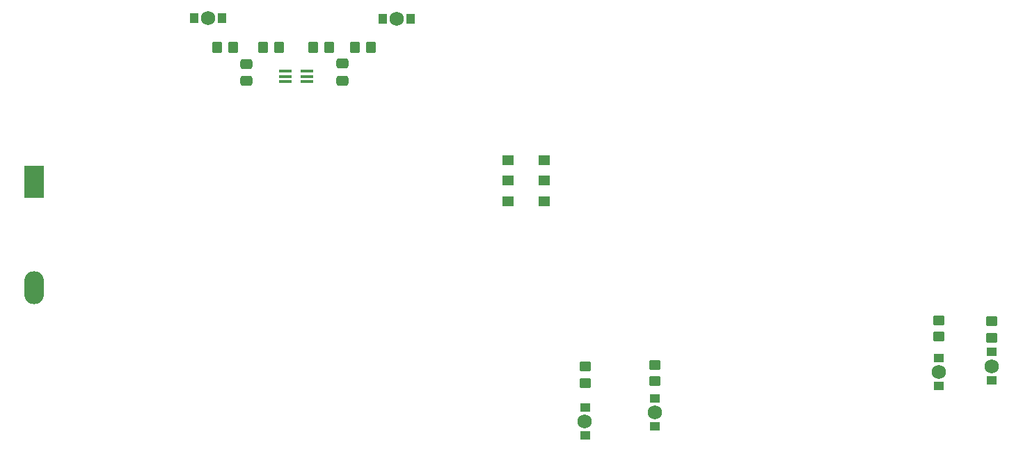
<source format=gts>
%TF.GenerationSoftware,KiCad,Pcbnew,(5.99.0-8452-g479487ceb1)*%
%TF.CreationDate,2021-02-17T16:52:36+01:00*%
%TF.ProjectId,Hausaufgabe,48617573-6175-4666-9761-62652e6b6963,rev?*%
%TF.SameCoordinates,Original*%
%TF.FileFunction,Soldermask,Top*%
%TF.FilePolarity,Negative*%
%FSLAX46Y46*%
G04 Gerber Fmt 4.6, Leading zero omitted, Abs format (unit mm)*
G04 Created by KiCad (PCBNEW (5.99.0-8452-g479487ceb1)) date 2021-02-17 16:52:36*
%MOMM*%
%LPD*%
G01*
G04 APERTURE LIST*
G04 Aperture macros list*
%AMRoundRect*
0 Rectangle with rounded corners*
0 $1 Rounding radius*
0 $2 $3 $4 $5 $6 $7 $8 $9 X,Y pos of 4 corners*
0 Add a 4 corners polygon primitive as box body*
4,1,4,$2,$3,$4,$5,$6,$7,$8,$9,$2,$3,0*
0 Add four circle primitives for the rounded corners*
1,1,$1+$1,$2,$3*
1,1,$1+$1,$4,$5*
1,1,$1+$1,$6,$7*
1,1,$1+$1,$8,$9*
0 Add four rect primitives between the rounded corners*
20,1,$1+$1,$2,$3,$4,$5,0*
20,1,$1+$1,$4,$5,$6,$7,0*
20,1,$1+$1,$6,$7,$8,$9,0*
20,1,$1+$1,$8,$9,$2,$3,0*%
G04 Aperture macros list end*
%ADD10RoundRect,0.250000X0.350000X0.450000X-0.350000X0.450000X-0.350000X-0.450000X0.350000X-0.450000X0*%
%ADD11RoundRect,0.250000X-0.350000X-0.450000X0.350000X-0.450000X0.350000X0.450000X-0.350000X0.450000X0*%
%ADD12R,1.400000X1.200000*%
%ADD13RoundRect,0.250000X0.450000X-0.350000X0.450000X0.350000X-0.450000X0.350000X-0.450000X-0.350000X0*%
%ADD14C,1.740000*%
%ADD15R,1.250000X1.000000*%
%ADD16RoundRect,0.250000X-0.475000X0.337500X-0.475000X-0.337500X0.475000X-0.337500X0.475000X0.337500X0*%
%ADD17R,1.000000X1.250000*%
%ADD18R,1.500000X0.400000*%
%ADD19R,2.410000X4.020000*%
%ADD20O,2.410000X4.020000*%
G04 APERTURE END LIST*
D10*
%TO.C,R2*%
X127492000Y-69596000D03*
X125492000Y-69596000D03*
%TD*%
%TO.C,R1*%
X115792000Y-69596000D03*
X113792000Y-69596000D03*
%TD*%
D11*
%TO.C,R4*%
X130572000Y-69596000D03*
X132572000Y-69596000D03*
%TD*%
D12*
%TO.C,SW1*%
X149190000Y-83300000D03*
X149190000Y-85800000D03*
X149190000Y-88300000D03*
X153590000Y-83300000D03*
X153590000Y-85800000D03*
X153590000Y-88300000D03*
%TD*%
D13*
%TO.C,R7*%
X201640000Y-104790000D03*
X201640000Y-102790000D03*
%TD*%
%TO.C,R6*%
X167080000Y-110200000D03*
X167080000Y-108200000D03*
%TD*%
D14*
%TO.C,D4*%
X167070000Y-113990000D03*
D15*
X167078000Y-115690000D03*
X167080000Y-112290000D03*
%TD*%
D14*
%TO.C,D3*%
X158560000Y-115050000D03*
D15*
X158568000Y-116750000D03*
X158570000Y-113350000D03*
%TD*%
D16*
%TO.C,C2*%
X129032000Y-71585000D03*
X129032000Y-73660000D03*
%TD*%
D14*
%TO.C,D2*%
X135635000Y-66140000D03*
D17*
X137335000Y-66132000D03*
X133935000Y-66130000D03*
%TD*%
D13*
%TO.C,R8*%
X208040000Y-104930000D03*
X208040000Y-102930000D03*
%TD*%
D14*
%TO.C,D6*%
X208020000Y-108355000D03*
D15*
X208028000Y-110055000D03*
X208030000Y-106655000D03*
%TD*%
D14*
%TO.C,D1*%
X112750000Y-66040000D03*
D17*
X111050000Y-66048000D03*
X114450000Y-66050000D03*
%TD*%
D13*
%TO.C,R5*%
X158570000Y-110400000D03*
X158570000Y-108400000D03*
%TD*%
D16*
%TO.C,C1*%
X117348000Y-71606500D03*
X117348000Y-73681500D03*
%TD*%
D18*
%TO.C,Q1*%
X122114000Y-72502000D03*
X122114000Y-73152000D03*
X122114000Y-73802000D03*
X124774000Y-73802000D03*
X124774000Y-73152000D03*
X124774000Y-72502000D03*
%TD*%
D14*
%TO.C,D5*%
X201610000Y-109100000D03*
D15*
X201618000Y-110800000D03*
X201620000Y-107400000D03*
%TD*%
D11*
%TO.C,R3*%
X119396000Y-69596000D03*
X121396000Y-69596000D03*
%TD*%
D19*
%TO.C,BT1*%
X91573656Y-85928767D03*
D20*
X91573656Y-98808767D03*
%TD*%
M02*

</source>
